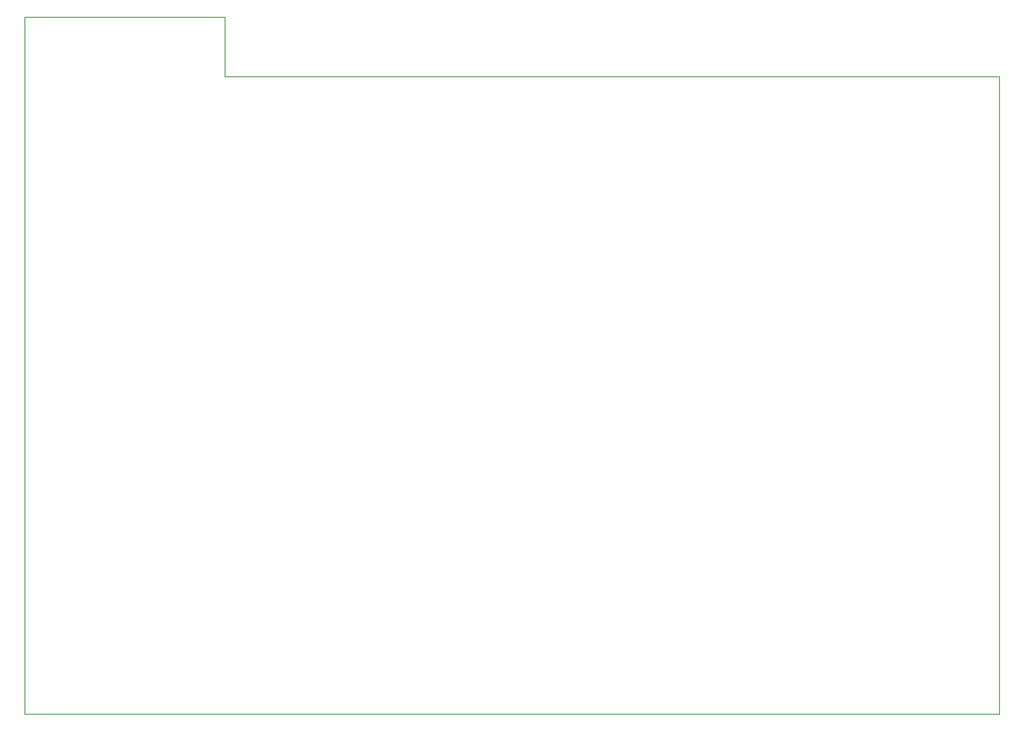
<source format=gm1>
G04 #@! TF.GenerationSoftware,KiCad,Pcbnew,(6.0.0)*
G04 #@! TF.CreationDate,2022-01-05T15:59:25-05:00*
G04 #@! TF.ProjectId,backplane-breaout-big,6261636b-706c-4616-9e65-2d627265616f,rev?*
G04 #@! TF.SameCoordinates,Original*
G04 #@! TF.FileFunction,Profile,NP*
%FSLAX46Y46*%
G04 Gerber Fmt 4.6, Leading zero omitted, Abs format (unit mm)*
G04 Created by KiCad (PCBNEW (6.0.0)) date 2022-01-05 15:59:25*
%MOMM*%
%LPD*%
G01*
G04 APERTURE LIST*
G04 #@! TA.AperFunction,Profile*
%ADD10C,0.127000*%
G04 #@! TD*
G04 APERTURE END LIST*
D10*
X141732000Y-45593000D02*
X141732000Y-57531000D01*
X101600000Y-185420000D02*
X297053000Y-185420000D01*
X141732000Y-57531000D02*
X297053000Y-57531000D01*
X101600000Y-45593000D02*
X101600000Y-185420000D01*
X297053000Y-57531000D02*
X297053000Y-185420000D01*
X141732000Y-45593000D02*
X101600000Y-45593000D01*
M02*

</source>
